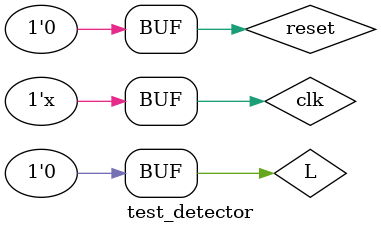
<source format=sv>
`timescale 1ns / 1ps

module test_detector();
    logic clk, reset;
    logic L;
    logic P;
    
    
    edge_detector DUT(.clk(clk),
                      .reset(reset),
                      .L(L),
                      .P(P));
                      
    
    always #10 clk = ~clk;
    
    initial begin
        clk = 0;
        reset = 1;
        L = 0;
        #20 reset = 0;
        #5 L = 1;
        #50 L = 0;      
        #20 L = 1;
        #40 L = 0;
        
        #60 L = 1;
        #20 L = 0;
       
    end          
endmodule

</source>
